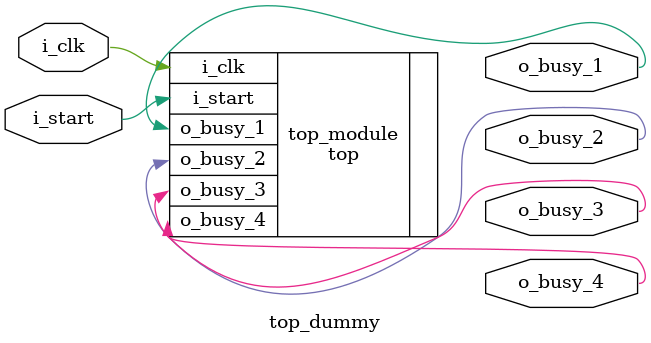
<source format=v>
module top_dummy(i_clk, i_start, o_busy_1, o_busy_2, o_busy_3, o_busy_4);

input i_clk, i_start;
output o_busy_1, o_busy_2, o_busy_3, o_busy_4; 

top top_module (.i_clk(i_clk), .i_start(i_start), .o_busy_1(o_busy_1), .o_busy_2(o_busy_2)
				, .o_busy_3(o_busy_3), .o_busy_4(o_busy_4));
						
						
endmodule
</source>
